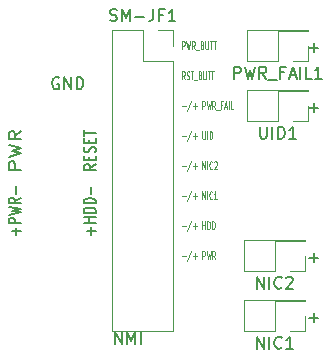
<source format=gbr>
%TF.GenerationSoftware,KiCad,Pcbnew,7.0.9-1.fc39*%
%TF.CreationDate,2023-11-25T21:30:58-08:00*%
%TF.ProjectId,supermicro-ATX-PCB,73757065-726d-4696-9372-6f2d4154582d,rev?*%
%TF.SameCoordinates,Original*%
%TF.FileFunction,Legend,Top*%
%TF.FilePolarity,Positive*%
%FSLAX46Y46*%
G04 Gerber Fmt 4.6, Leading zero omitted, Abs format (unit mm)*
G04 Created by KiCad (PCBNEW 7.0.9-1.fc39) date 2023-11-25 21:30:58*
%MOMM*%
%LPD*%
G01*
G04 APERTURE LIST*
%ADD10C,0.150000*%
%ADD11C,0.100000*%
%ADD12C,0.120000*%
G04 APERTURE END LIST*
D10*
X103378095Y-66227438D02*
X103282857Y-66179819D01*
X103282857Y-66179819D02*
X103140000Y-66179819D01*
X103140000Y-66179819D02*
X102997143Y-66227438D01*
X102997143Y-66227438D02*
X102901905Y-66322676D01*
X102901905Y-66322676D02*
X102854286Y-66417914D01*
X102854286Y-66417914D02*
X102806667Y-66608390D01*
X102806667Y-66608390D02*
X102806667Y-66751247D01*
X102806667Y-66751247D02*
X102854286Y-66941723D01*
X102854286Y-66941723D02*
X102901905Y-67036961D01*
X102901905Y-67036961D02*
X102997143Y-67132200D01*
X102997143Y-67132200D02*
X103140000Y-67179819D01*
X103140000Y-67179819D02*
X103235238Y-67179819D01*
X103235238Y-67179819D02*
X103378095Y-67132200D01*
X103378095Y-67132200D02*
X103425714Y-67084580D01*
X103425714Y-67084580D02*
X103425714Y-66751247D01*
X103425714Y-66751247D02*
X103235238Y-66751247D01*
X103854286Y-67179819D02*
X103854286Y-66179819D01*
X103854286Y-66179819D02*
X104425714Y-67179819D01*
X104425714Y-67179819D02*
X104425714Y-66179819D01*
X104901905Y-67179819D02*
X104901905Y-66179819D01*
X104901905Y-66179819D02*
X105140000Y-66179819D01*
X105140000Y-66179819D02*
X105282857Y-66227438D01*
X105282857Y-66227438D02*
X105378095Y-66322676D01*
X105378095Y-66322676D02*
X105425714Y-66417914D01*
X105425714Y-66417914D02*
X105473333Y-66608390D01*
X105473333Y-66608390D02*
X105473333Y-66751247D01*
X105473333Y-66751247D02*
X105425714Y-66941723D01*
X105425714Y-66941723D02*
X105378095Y-67036961D01*
X105378095Y-67036961D02*
X105282857Y-67132200D01*
X105282857Y-67132200D02*
X105140000Y-67179819D01*
X105140000Y-67179819D02*
X104901905Y-67179819D01*
X99768866Y-79527142D02*
X99768866Y-78917619D01*
X100149819Y-79222380D02*
X99387914Y-79222380D01*
X100149819Y-78536666D02*
X99149819Y-78536666D01*
X99149819Y-78536666D02*
X99149819Y-78231904D01*
X99149819Y-78231904D02*
X99197438Y-78155714D01*
X99197438Y-78155714D02*
X99245057Y-78117619D01*
X99245057Y-78117619D02*
X99340295Y-78079523D01*
X99340295Y-78079523D02*
X99483152Y-78079523D01*
X99483152Y-78079523D02*
X99578390Y-78117619D01*
X99578390Y-78117619D02*
X99626009Y-78155714D01*
X99626009Y-78155714D02*
X99673628Y-78231904D01*
X99673628Y-78231904D02*
X99673628Y-78536666D01*
X99149819Y-77812857D02*
X100149819Y-77622381D01*
X100149819Y-77622381D02*
X99435533Y-77470000D01*
X99435533Y-77470000D02*
X100149819Y-77317619D01*
X100149819Y-77317619D02*
X99149819Y-77127143D01*
X100149819Y-76365237D02*
X99673628Y-76631904D01*
X100149819Y-76822380D02*
X99149819Y-76822380D01*
X99149819Y-76822380D02*
X99149819Y-76517618D01*
X99149819Y-76517618D02*
X99197438Y-76441428D01*
X99197438Y-76441428D02*
X99245057Y-76403333D01*
X99245057Y-76403333D02*
X99340295Y-76365237D01*
X99340295Y-76365237D02*
X99483152Y-76365237D01*
X99483152Y-76365237D02*
X99578390Y-76403333D01*
X99578390Y-76403333D02*
X99626009Y-76441428D01*
X99626009Y-76441428D02*
X99673628Y-76517618D01*
X99673628Y-76517618D02*
X99673628Y-76822380D01*
X99768866Y-76022380D02*
X99768866Y-75412857D01*
X106118866Y-79489046D02*
X106118866Y-78879523D01*
X106499819Y-79184284D02*
X105737914Y-79184284D01*
X106499819Y-78498570D02*
X105499819Y-78498570D01*
X105976009Y-78498570D02*
X105976009Y-78041427D01*
X106499819Y-78041427D02*
X105499819Y-78041427D01*
X106499819Y-77660475D02*
X105499819Y-77660475D01*
X105499819Y-77660475D02*
X105499819Y-77469999D01*
X105499819Y-77469999D02*
X105547438Y-77355713D01*
X105547438Y-77355713D02*
X105642676Y-77279523D01*
X105642676Y-77279523D02*
X105737914Y-77241428D01*
X105737914Y-77241428D02*
X105928390Y-77203332D01*
X105928390Y-77203332D02*
X106071247Y-77203332D01*
X106071247Y-77203332D02*
X106261723Y-77241428D01*
X106261723Y-77241428D02*
X106356961Y-77279523D01*
X106356961Y-77279523D02*
X106452200Y-77355713D01*
X106452200Y-77355713D02*
X106499819Y-77469999D01*
X106499819Y-77469999D02*
X106499819Y-77660475D01*
X106499819Y-76860475D02*
X105499819Y-76860475D01*
X105499819Y-76860475D02*
X105499819Y-76669999D01*
X105499819Y-76669999D02*
X105547438Y-76555713D01*
X105547438Y-76555713D02*
X105642676Y-76479523D01*
X105642676Y-76479523D02*
X105737914Y-76441428D01*
X105737914Y-76441428D02*
X105928390Y-76403332D01*
X105928390Y-76403332D02*
X106071247Y-76403332D01*
X106071247Y-76403332D02*
X106261723Y-76441428D01*
X106261723Y-76441428D02*
X106356961Y-76479523D01*
X106356961Y-76479523D02*
X106452200Y-76555713D01*
X106452200Y-76555713D02*
X106499819Y-76669999D01*
X106499819Y-76669999D02*
X106499819Y-76860475D01*
X106118866Y-76060475D02*
X106118866Y-75450952D01*
X106499819Y-73551904D02*
X106023628Y-73818571D01*
X106499819Y-74009047D02*
X105499819Y-74009047D01*
X105499819Y-74009047D02*
X105499819Y-73704285D01*
X105499819Y-73704285D02*
X105547438Y-73628095D01*
X105547438Y-73628095D02*
X105595057Y-73590000D01*
X105595057Y-73590000D02*
X105690295Y-73551904D01*
X105690295Y-73551904D02*
X105833152Y-73551904D01*
X105833152Y-73551904D02*
X105928390Y-73590000D01*
X105928390Y-73590000D02*
X105976009Y-73628095D01*
X105976009Y-73628095D02*
X106023628Y-73704285D01*
X106023628Y-73704285D02*
X106023628Y-74009047D01*
X105976009Y-73209047D02*
X105976009Y-72942381D01*
X106499819Y-72828095D02*
X106499819Y-73209047D01*
X106499819Y-73209047D02*
X105499819Y-73209047D01*
X105499819Y-73209047D02*
X105499819Y-72828095D01*
X106452200Y-72523333D02*
X106499819Y-72409047D01*
X106499819Y-72409047D02*
X106499819Y-72218571D01*
X106499819Y-72218571D02*
X106452200Y-72142380D01*
X106452200Y-72142380D02*
X106404580Y-72104285D01*
X106404580Y-72104285D02*
X106309342Y-72066190D01*
X106309342Y-72066190D02*
X106214104Y-72066190D01*
X106214104Y-72066190D02*
X106118866Y-72104285D01*
X106118866Y-72104285D02*
X106071247Y-72142380D01*
X106071247Y-72142380D02*
X106023628Y-72218571D01*
X106023628Y-72218571D02*
X105976009Y-72370952D01*
X105976009Y-72370952D02*
X105928390Y-72447142D01*
X105928390Y-72447142D02*
X105880771Y-72485237D01*
X105880771Y-72485237D02*
X105785533Y-72523333D01*
X105785533Y-72523333D02*
X105690295Y-72523333D01*
X105690295Y-72523333D02*
X105595057Y-72485237D01*
X105595057Y-72485237D02*
X105547438Y-72447142D01*
X105547438Y-72447142D02*
X105499819Y-72370952D01*
X105499819Y-72370952D02*
X105499819Y-72180475D01*
X105499819Y-72180475D02*
X105547438Y-72066190D01*
X105976009Y-71723332D02*
X105976009Y-71456666D01*
X106499819Y-71342380D02*
X106499819Y-71723332D01*
X106499819Y-71723332D02*
X105499819Y-71723332D01*
X105499819Y-71723332D02*
X105499819Y-71342380D01*
X105499819Y-71113808D02*
X105499819Y-70656665D01*
X106499819Y-70885237D02*
X105499819Y-70885237D01*
X100149819Y-73989999D02*
X99149819Y-73989999D01*
X99149819Y-73989999D02*
X99149819Y-73532856D01*
X99149819Y-73532856D02*
X99197438Y-73418571D01*
X99197438Y-73418571D02*
X99245057Y-73361428D01*
X99245057Y-73361428D02*
X99340295Y-73304285D01*
X99340295Y-73304285D02*
X99483152Y-73304285D01*
X99483152Y-73304285D02*
X99578390Y-73361428D01*
X99578390Y-73361428D02*
X99626009Y-73418571D01*
X99626009Y-73418571D02*
X99673628Y-73532856D01*
X99673628Y-73532856D02*
X99673628Y-73989999D01*
X99149819Y-72904285D02*
X100149819Y-72618571D01*
X100149819Y-72618571D02*
X99435533Y-72389999D01*
X99435533Y-72389999D02*
X100149819Y-72161428D01*
X100149819Y-72161428D02*
X99149819Y-71875714D01*
X100149819Y-70732856D02*
X99673628Y-71132856D01*
X100149819Y-71418570D02*
X99149819Y-71418570D01*
X99149819Y-71418570D02*
X99149819Y-70961427D01*
X99149819Y-70961427D02*
X99197438Y-70847142D01*
X99197438Y-70847142D02*
X99245057Y-70789999D01*
X99245057Y-70789999D02*
X99340295Y-70732856D01*
X99340295Y-70732856D02*
X99483152Y-70732856D01*
X99483152Y-70732856D02*
X99578390Y-70789999D01*
X99578390Y-70789999D02*
X99626009Y-70847142D01*
X99626009Y-70847142D02*
X99673628Y-70961427D01*
X99673628Y-70961427D02*
X99673628Y-71418570D01*
X108124762Y-88769819D02*
X108124762Y-87769819D01*
X108124762Y-87769819D02*
X108696190Y-88769819D01*
X108696190Y-88769819D02*
X108696190Y-87769819D01*
X109172381Y-88769819D02*
X109172381Y-87769819D01*
X109172381Y-87769819D02*
X109505714Y-88484104D01*
X109505714Y-88484104D02*
X109839047Y-87769819D01*
X109839047Y-87769819D02*
X109839047Y-88769819D01*
X110315238Y-88769819D02*
X110315238Y-87769819D01*
D11*
X113826027Y-81331966D02*
X114130789Y-81331966D01*
X114606979Y-80865300D02*
X114264122Y-81765300D01*
X114740313Y-81331966D02*
X115045075Y-81331966D01*
X114892694Y-81598633D02*
X114892694Y-81065300D01*
X115540313Y-81598633D02*
X115540313Y-80898633D01*
X115540313Y-80898633D02*
X115692694Y-80898633D01*
X115692694Y-80898633D02*
X115730789Y-80931966D01*
X115730789Y-80931966D02*
X115749836Y-80965300D01*
X115749836Y-80965300D02*
X115768884Y-81031966D01*
X115768884Y-81031966D02*
X115768884Y-81131966D01*
X115768884Y-81131966D02*
X115749836Y-81198633D01*
X115749836Y-81198633D02*
X115730789Y-81231966D01*
X115730789Y-81231966D02*
X115692694Y-81265300D01*
X115692694Y-81265300D02*
X115540313Y-81265300D01*
X115902217Y-80898633D02*
X115997455Y-81598633D01*
X115997455Y-81598633D02*
X116073646Y-81098633D01*
X116073646Y-81098633D02*
X116149836Y-81598633D01*
X116149836Y-81598633D02*
X116245075Y-80898633D01*
X116626027Y-81598633D02*
X116492694Y-81265300D01*
X116397456Y-81598633D02*
X116397456Y-80898633D01*
X116397456Y-80898633D02*
X116549837Y-80898633D01*
X116549837Y-80898633D02*
X116587932Y-80931966D01*
X116587932Y-80931966D02*
X116606979Y-80965300D01*
X116606979Y-80965300D02*
X116626027Y-81031966D01*
X116626027Y-81031966D02*
X116626027Y-81131966D01*
X116626027Y-81131966D02*
X116606979Y-81198633D01*
X116606979Y-81198633D02*
X116587932Y-81231966D01*
X116587932Y-81231966D02*
X116549837Y-81265300D01*
X116549837Y-81265300D02*
X116397456Y-81265300D01*
X113826027Y-78791966D02*
X114130789Y-78791966D01*
X114606979Y-78325300D02*
X114264122Y-79225300D01*
X114740313Y-78791966D02*
X115045075Y-78791966D01*
X114892694Y-79058633D02*
X114892694Y-78525300D01*
X115540313Y-79058633D02*
X115540313Y-78358633D01*
X115540313Y-78691966D02*
X115768884Y-78691966D01*
X115768884Y-79058633D02*
X115768884Y-78358633D01*
X115959361Y-79058633D02*
X115959361Y-78358633D01*
X115959361Y-78358633D02*
X116054599Y-78358633D01*
X116054599Y-78358633D02*
X116111742Y-78391966D01*
X116111742Y-78391966D02*
X116149837Y-78458633D01*
X116149837Y-78458633D02*
X116168884Y-78525300D01*
X116168884Y-78525300D02*
X116187932Y-78658633D01*
X116187932Y-78658633D02*
X116187932Y-78758633D01*
X116187932Y-78758633D02*
X116168884Y-78891966D01*
X116168884Y-78891966D02*
X116149837Y-78958633D01*
X116149837Y-78958633D02*
X116111742Y-79025300D01*
X116111742Y-79025300D02*
X116054599Y-79058633D01*
X116054599Y-79058633D02*
X115959361Y-79058633D01*
X116359361Y-79058633D02*
X116359361Y-78358633D01*
X116359361Y-78358633D02*
X116454599Y-78358633D01*
X116454599Y-78358633D02*
X116511742Y-78391966D01*
X116511742Y-78391966D02*
X116549837Y-78458633D01*
X116549837Y-78458633D02*
X116568884Y-78525300D01*
X116568884Y-78525300D02*
X116587932Y-78658633D01*
X116587932Y-78658633D02*
X116587932Y-78758633D01*
X116587932Y-78758633D02*
X116568884Y-78891966D01*
X116568884Y-78891966D02*
X116549837Y-78958633D01*
X116549837Y-78958633D02*
X116511742Y-79025300D01*
X116511742Y-79025300D02*
X116454599Y-79058633D01*
X116454599Y-79058633D02*
X116359361Y-79058633D01*
X113826027Y-76251966D02*
X114130789Y-76251966D01*
X114606979Y-75785300D02*
X114264122Y-76685300D01*
X114740313Y-76251966D02*
X115045075Y-76251966D01*
X114892694Y-76518633D02*
X114892694Y-75985300D01*
X115540313Y-76518633D02*
X115540313Y-75818633D01*
X115540313Y-75818633D02*
X115768884Y-76518633D01*
X115768884Y-76518633D02*
X115768884Y-75818633D01*
X115959361Y-76518633D02*
X115959361Y-75818633D01*
X116378408Y-76451966D02*
X116359360Y-76485300D01*
X116359360Y-76485300D02*
X116302218Y-76518633D01*
X116302218Y-76518633D02*
X116264122Y-76518633D01*
X116264122Y-76518633D02*
X116206979Y-76485300D01*
X116206979Y-76485300D02*
X116168884Y-76418633D01*
X116168884Y-76418633D02*
X116149837Y-76351966D01*
X116149837Y-76351966D02*
X116130789Y-76218633D01*
X116130789Y-76218633D02*
X116130789Y-76118633D01*
X116130789Y-76118633D02*
X116149837Y-75985300D01*
X116149837Y-75985300D02*
X116168884Y-75918633D01*
X116168884Y-75918633D02*
X116206979Y-75851966D01*
X116206979Y-75851966D02*
X116264122Y-75818633D01*
X116264122Y-75818633D02*
X116302218Y-75818633D01*
X116302218Y-75818633D02*
X116359360Y-75851966D01*
X116359360Y-75851966D02*
X116378408Y-75885300D01*
X116759360Y-76518633D02*
X116530789Y-76518633D01*
X116645075Y-76518633D02*
X116645075Y-75818633D01*
X116645075Y-75818633D02*
X116606979Y-75918633D01*
X116606979Y-75918633D02*
X116568884Y-75985300D01*
X116568884Y-75985300D02*
X116530789Y-76018633D01*
X113826027Y-73711966D02*
X114130789Y-73711966D01*
X114606979Y-73245300D02*
X114264122Y-74145300D01*
X114740313Y-73711966D02*
X115045075Y-73711966D01*
X114892694Y-73978633D02*
X114892694Y-73445300D01*
X115540313Y-73978633D02*
X115540313Y-73278633D01*
X115540313Y-73278633D02*
X115768884Y-73978633D01*
X115768884Y-73978633D02*
X115768884Y-73278633D01*
X115959361Y-73978633D02*
X115959361Y-73278633D01*
X116378408Y-73911966D02*
X116359360Y-73945300D01*
X116359360Y-73945300D02*
X116302218Y-73978633D01*
X116302218Y-73978633D02*
X116264122Y-73978633D01*
X116264122Y-73978633D02*
X116206979Y-73945300D01*
X116206979Y-73945300D02*
X116168884Y-73878633D01*
X116168884Y-73878633D02*
X116149837Y-73811966D01*
X116149837Y-73811966D02*
X116130789Y-73678633D01*
X116130789Y-73678633D02*
X116130789Y-73578633D01*
X116130789Y-73578633D02*
X116149837Y-73445300D01*
X116149837Y-73445300D02*
X116168884Y-73378633D01*
X116168884Y-73378633D02*
X116206979Y-73311966D01*
X116206979Y-73311966D02*
X116264122Y-73278633D01*
X116264122Y-73278633D02*
X116302218Y-73278633D01*
X116302218Y-73278633D02*
X116359360Y-73311966D01*
X116359360Y-73311966D02*
X116378408Y-73345300D01*
X116530789Y-73345300D02*
X116549837Y-73311966D01*
X116549837Y-73311966D02*
X116587932Y-73278633D01*
X116587932Y-73278633D02*
X116683170Y-73278633D01*
X116683170Y-73278633D02*
X116721265Y-73311966D01*
X116721265Y-73311966D02*
X116740313Y-73345300D01*
X116740313Y-73345300D02*
X116759360Y-73411966D01*
X116759360Y-73411966D02*
X116759360Y-73478633D01*
X116759360Y-73478633D02*
X116740313Y-73578633D01*
X116740313Y-73578633D02*
X116511741Y-73978633D01*
X116511741Y-73978633D02*
X116759360Y-73978633D01*
X113826027Y-71171966D02*
X114130789Y-71171966D01*
X114606979Y-70705300D02*
X114264122Y-71605300D01*
X114740313Y-71171966D02*
X115045075Y-71171966D01*
X114892694Y-71438633D02*
X114892694Y-70905300D01*
X115540313Y-70738633D02*
X115540313Y-71305300D01*
X115540313Y-71305300D02*
X115559360Y-71371966D01*
X115559360Y-71371966D02*
X115578408Y-71405300D01*
X115578408Y-71405300D02*
X115616503Y-71438633D01*
X115616503Y-71438633D02*
X115692694Y-71438633D01*
X115692694Y-71438633D02*
X115730789Y-71405300D01*
X115730789Y-71405300D02*
X115749836Y-71371966D01*
X115749836Y-71371966D02*
X115768884Y-71305300D01*
X115768884Y-71305300D02*
X115768884Y-70738633D01*
X115959361Y-71438633D02*
X115959361Y-70738633D01*
X116149837Y-71438633D02*
X116149837Y-70738633D01*
X116149837Y-70738633D02*
X116245075Y-70738633D01*
X116245075Y-70738633D02*
X116302218Y-70771966D01*
X116302218Y-70771966D02*
X116340313Y-70838633D01*
X116340313Y-70838633D02*
X116359360Y-70905300D01*
X116359360Y-70905300D02*
X116378408Y-71038633D01*
X116378408Y-71038633D02*
X116378408Y-71138633D01*
X116378408Y-71138633D02*
X116359360Y-71271966D01*
X116359360Y-71271966D02*
X116340313Y-71338633D01*
X116340313Y-71338633D02*
X116302218Y-71405300D01*
X116302218Y-71405300D02*
X116245075Y-71438633D01*
X116245075Y-71438633D02*
X116149837Y-71438633D01*
X113826027Y-68631966D02*
X114130789Y-68631966D01*
X114606979Y-68165300D02*
X114264122Y-69065300D01*
X114740313Y-68631966D02*
X115045075Y-68631966D01*
X114892694Y-68898633D02*
X114892694Y-68365300D01*
X115540313Y-68898633D02*
X115540313Y-68198633D01*
X115540313Y-68198633D02*
X115692694Y-68198633D01*
X115692694Y-68198633D02*
X115730789Y-68231966D01*
X115730789Y-68231966D02*
X115749836Y-68265300D01*
X115749836Y-68265300D02*
X115768884Y-68331966D01*
X115768884Y-68331966D02*
X115768884Y-68431966D01*
X115768884Y-68431966D02*
X115749836Y-68498633D01*
X115749836Y-68498633D02*
X115730789Y-68531966D01*
X115730789Y-68531966D02*
X115692694Y-68565300D01*
X115692694Y-68565300D02*
X115540313Y-68565300D01*
X115902217Y-68198633D02*
X115997455Y-68898633D01*
X115997455Y-68898633D02*
X116073646Y-68398633D01*
X116073646Y-68398633D02*
X116149836Y-68898633D01*
X116149836Y-68898633D02*
X116245075Y-68198633D01*
X116626027Y-68898633D02*
X116492694Y-68565300D01*
X116397456Y-68898633D02*
X116397456Y-68198633D01*
X116397456Y-68198633D02*
X116549837Y-68198633D01*
X116549837Y-68198633D02*
X116587932Y-68231966D01*
X116587932Y-68231966D02*
X116606979Y-68265300D01*
X116606979Y-68265300D02*
X116626027Y-68331966D01*
X116626027Y-68331966D02*
X116626027Y-68431966D01*
X116626027Y-68431966D02*
X116606979Y-68498633D01*
X116606979Y-68498633D02*
X116587932Y-68531966D01*
X116587932Y-68531966D02*
X116549837Y-68565300D01*
X116549837Y-68565300D02*
X116397456Y-68565300D01*
X116702218Y-68965300D02*
X117006979Y-68965300D01*
X117235551Y-68531966D02*
X117102218Y-68531966D01*
X117102218Y-68898633D02*
X117102218Y-68198633D01*
X117102218Y-68198633D02*
X117292694Y-68198633D01*
X117426027Y-68698633D02*
X117616503Y-68698633D01*
X117387932Y-68898633D02*
X117521265Y-68198633D01*
X117521265Y-68198633D02*
X117654598Y-68898633D01*
X117787932Y-68898633D02*
X117787932Y-68198633D01*
X118168884Y-68898633D02*
X117978408Y-68898633D01*
X117978408Y-68898633D02*
X117978408Y-68198633D01*
X114054598Y-66358633D02*
X113921265Y-66025300D01*
X113826027Y-66358633D02*
X113826027Y-65658633D01*
X113826027Y-65658633D02*
X113978408Y-65658633D01*
X113978408Y-65658633D02*
X114016503Y-65691966D01*
X114016503Y-65691966D02*
X114035550Y-65725300D01*
X114035550Y-65725300D02*
X114054598Y-65791966D01*
X114054598Y-65791966D02*
X114054598Y-65891966D01*
X114054598Y-65891966D02*
X114035550Y-65958633D01*
X114035550Y-65958633D02*
X114016503Y-65991966D01*
X114016503Y-65991966D02*
X113978408Y-66025300D01*
X113978408Y-66025300D02*
X113826027Y-66025300D01*
X114206979Y-66325300D02*
X114264122Y-66358633D01*
X114264122Y-66358633D02*
X114359360Y-66358633D01*
X114359360Y-66358633D02*
X114397455Y-66325300D01*
X114397455Y-66325300D02*
X114416503Y-66291966D01*
X114416503Y-66291966D02*
X114435550Y-66225300D01*
X114435550Y-66225300D02*
X114435550Y-66158633D01*
X114435550Y-66158633D02*
X114416503Y-66091966D01*
X114416503Y-66091966D02*
X114397455Y-66058633D01*
X114397455Y-66058633D02*
X114359360Y-66025300D01*
X114359360Y-66025300D02*
X114283169Y-65991966D01*
X114283169Y-65991966D02*
X114245074Y-65958633D01*
X114245074Y-65958633D02*
X114226027Y-65925300D01*
X114226027Y-65925300D02*
X114206979Y-65858633D01*
X114206979Y-65858633D02*
X114206979Y-65791966D01*
X114206979Y-65791966D02*
X114226027Y-65725300D01*
X114226027Y-65725300D02*
X114245074Y-65691966D01*
X114245074Y-65691966D02*
X114283169Y-65658633D01*
X114283169Y-65658633D02*
X114378408Y-65658633D01*
X114378408Y-65658633D02*
X114435550Y-65691966D01*
X114549836Y-65658633D02*
X114778407Y-65658633D01*
X114664121Y-66358633D02*
X114664121Y-65658633D01*
X114816503Y-66425300D02*
X115121264Y-66425300D01*
X115349836Y-65991966D02*
X115406979Y-66025300D01*
X115406979Y-66025300D02*
X115426026Y-66058633D01*
X115426026Y-66058633D02*
X115445074Y-66125300D01*
X115445074Y-66125300D02*
X115445074Y-66225300D01*
X115445074Y-66225300D02*
X115426026Y-66291966D01*
X115426026Y-66291966D02*
X115406979Y-66325300D01*
X115406979Y-66325300D02*
X115368884Y-66358633D01*
X115368884Y-66358633D02*
X115216503Y-66358633D01*
X115216503Y-66358633D02*
X115216503Y-65658633D01*
X115216503Y-65658633D02*
X115349836Y-65658633D01*
X115349836Y-65658633D02*
X115387931Y-65691966D01*
X115387931Y-65691966D02*
X115406979Y-65725300D01*
X115406979Y-65725300D02*
X115426026Y-65791966D01*
X115426026Y-65791966D02*
X115426026Y-65858633D01*
X115426026Y-65858633D02*
X115406979Y-65925300D01*
X115406979Y-65925300D02*
X115387931Y-65958633D01*
X115387931Y-65958633D02*
X115349836Y-65991966D01*
X115349836Y-65991966D02*
X115216503Y-65991966D01*
X115616503Y-65658633D02*
X115616503Y-66225300D01*
X115616503Y-66225300D02*
X115635550Y-66291966D01*
X115635550Y-66291966D02*
X115654598Y-66325300D01*
X115654598Y-66325300D02*
X115692693Y-66358633D01*
X115692693Y-66358633D02*
X115768884Y-66358633D01*
X115768884Y-66358633D02*
X115806979Y-66325300D01*
X115806979Y-66325300D02*
X115826026Y-66291966D01*
X115826026Y-66291966D02*
X115845074Y-66225300D01*
X115845074Y-66225300D02*
X115845074Y-65658633D01*
X115978408Y-65658633D02*
X116206979Y-65658633D01*
X116092693Y-66358633D02*
X116092693Y-65658633D01*
X116283170Y-65658633D02*
X116511741Y-65658633D01*
X116397455Y-66358633D02*
X116397455Y-65658633D01*
X113826027Y-63818633D02*
X113826027Y-63118633D01*
X113826027Y-63118633D02*
X113978408Y-63118633D01*
X113978408Y-63118633D02*
X114016503Y-63151966D01*
X114016503Y-63151966D02*
X114035550Y-63185300D01*
X114035550Y-63185300D02*
X114054598Y-63251966D01*
X114054598Y-63251966D02*
X114054598Y-63351966D01*
X114054598Y-63351966D02*
X114035550Y-63418633D01*
X114035550Y-63418633D02*
X114016503Y-63451966D01*
X114016503Y-63451966D02*
X113978408Y-63485300D01*
X113978408Y-63485300D02*
X113826027Y-63485300D01*
X114187931Y-63118633D02*
X114283169Y-63818633D01*
X114283169Y-63818633D02*
X114359360Y-63318633D01*
X114359360Y-63318633D02*
X114435550Y-63818633D01*
X114435550Y-63818633D02*
X114530789Y-63118633D01*
X114911741Y-63818633D02*
X114778408Y-63485300D01*
X114683170Y-63818633D02*
X114683170Y-63118633D01*
X114683170Y-63118633D02*
X114835551Y-63118633D01*
X114835551Y-63118633D02*
X114873646Y-63151966D01*
X114873646Y-63151966D02*
X114892693Y-63185300D01*
X114892693Y-63185300D02*
X114911741Y-63251966D01*
X114911741Y-63251966D02*
X114911741Y-63351966D01*
X114911741Y-63351966D02*
X114892693Y-63418633D01*
X114892693Y-63418633D02*
X114873646Y-63451966D01*
X114873646Y-63451966D02*
X114835551Y-63485300D01*
X114835551Y-63485300D02*
X114683170Y-63485300D01*
X114987932Y-63885300D02*
X115292693Y-63885300D01*
X115521265Y-63451966D02*
X115578408Y-63485300D01*
X115578408Y-63485300D02*
X115597455Y-63518633D01*
X115597455Y-63518633D02*
X115616503Y-63585300D01*
X115616503Y-63585300D02*
X115616503Y-63685300D01*
X115616503Y-63685300D02*
X115597455Y-63751966D01*
X115597455Y-63751966D02*
X115578408Y-63785300D01*
X115578408Y-63785300D02*
X115540313Y-63818633D01*
X115540313Y-63818633D02*
X115387932Y-63818633D01*
X115387932Y-63818633D02*
X115387932Y-63118633D01*
X115387932Y-63118633D02*
X115521265Y-63118633D01*
X115521265Y-63118633D02*
X115559360Y-63151966D01*
X115559360Y-63151966D02*
X115578408Y-63185300D01*
X115578408Y-63185300D02*
X115597455Y-63251966D01*
X115597455Y-63251966D02*
X115597455Y-63318633D01*
X115597455Y-63318633D02*
X115578408Y-63385300D01*
X115578408Y-63385300D02*
X115559360Y-63418633D01*
X115559360Y-63418633D02*
X115521265Y-63451966D01*
X115521265Y-63451966D02*
X115387932Y-63451966D01*
X115787932Y-63118633D02*
X115787932Y-63685300D01*
X115787932Y-63685300D02*
X115806979Y-63751966D01*
X115806979Y-63751966D02*
X115826027Y-63785300D01*
X115826027Y-63785300D02*
X115864122Y-63818633D01*
X115864122Y-63818633D02*
X115940313Y-63818633D01*
X115940313Y-63818633D02*
X115978408Y-63785300D01*
X115978408Y-63785300D02*
X115997455Y-63751966D01*
X115997455Y-63751966D02*
X116016503Y-63685300D01*
X116016503Y-63685300D02*
X116016503Y-63118633D01*
X116149837Y-63118633D02*
X116378408Y-63118633D01*
X116264122Y-63818633D02*
X116264122Y-63118633D01*
X116454599Y-63118633D02*
X116683170Y-63118633D01*
X116568884Y-63818633D02*
X116568884Y-63118633D01*
D10*
X124602779Y-86513866D02*
X125364684Y-86513866D01*
X124983731Y-86894819D02*
X124983731Y-86132914D01*
X124602779Y-81433866D02*
X125364684Y-81433866D01*
X124983731Y-81814819D02*
X124983731Y-81052914D01*
X124602779Y-68733866D02*
X125364684Y-68733866D01*
X124983731Y-69114819D02*
X124983731Y-68352914D01*
X124602779Y-63653866D02*
X125364684Y-63653866D01*
X124983731Y-64034819D02*
X124983731Y-63272914D01*
X120420000Y-70364819D02*
X120420000Y-71174342D01*
X120420000Y-71174342D02*
X120467619Y-71269580D01*
X120467619Y-71269580D02*
X120515238Y-71317200D01*
X120515238Y-71317200D02*
X120610476Y-71364819D01*
X120610476Y-71364819D02*
X120800952Y-71364819D01*
X120800952Y-71364819D02*
X120896190Y-71317200D01*
X120896190Y-71317200D02*
X120943809Y-71269580D01*
X120943809Y-71269580D02*
X120991428Y-71174342D01*
X120991428Y-71174342D02*
X120991428Y-70364819D01*
X121467619Y-71364819D02*
X121467619Y-70364819D01*
X121943809Y-71364819D02*
X121943809Y-70364819D01*
X121943809Y-70364819D02*
X122181904Y-70364819D01*
X122181904Y-70364819D02*
X122324761Y-70412438D01*
X122324761Y-70412438D02*
X122419999Y-70507676D01*
X122419999Y-70507676D02*
X122467618Y-70602914D01*
X122467618Y-70602914D02*
X122515237Y-70793390D01*
X122515237Y-70793390D02*
X122515237Y-70936247D01*
X122515237Y-70936247D02*
X122467618Y-71126723D01*
X122467618Y-71126723D02*
X122419999Y-71221961D01*
X122419999Y-71221961D02*
X122324761Y-71317200D01*
X122324761Y-71317200D02*
X122181904Y-71364819D01*
X122181904Y-71364819D02*
X121943809Y-71364819D01*
X123467618Y-71364819D02*
X122896190Y-71364819D01*
X123181904Y-71364819D02*
X123181904Y-70364819D01*
X123181904Y-70364819D02*
X123086666Y-70507676D01*
X123086666Y-70507676D02*
X122991428Y-70602914D01*
X122991428Y-70602914D02*
X122896190Y-70650533D01*
X118229524Y-66284819D02*
X118229524Y-65284819D01*
X118229524Y-65284819D02*
X118610476Y-65284819D01*
X118610476Y-65284819D02*
X118705714Y-65332438D01*
X118705714Y-65332438D02*
X118753333Y-65380057D01*
X118753333Y-65380057D02*
X118800952Y-65475295D01*
X118800952Y-65475295D02*
X118800952Y-65618152D01*
X118800952Y-65618152D02*
X118753333Y-65713390D01*
X118753333Y-65713390D02*
X118705714Y-65761009D01*
X118705714Y-65761009D02*
X118610476Y-65808628D01*
X118610476Y-65808628D02*
X118229524Y-65808628D01*
X119134286Y-65284819D02*
X119372381Y-66284819D01*
X119372381Y-66284819D02*
X119562857Y-65570533D01*
X119562857Y-65570533D02*
X119753333Y-66284819D01*
X119753333Y-66284819D02*
X119991429Y-65284819D01*
X120943809Y-66284819D02*
X120610476Y-65808628D01*
X120372381Y-66284819D02*
X120372381Y-65284819D01*
X120372381Y-65284819D02*
X120753333Y-65284819D01*
X120753333Y-65284819D02*
X120848571Y-65332438D01*
X120848571Y-65332438D02*
X120896190Y-65380057D01*
X120896190Y-65380057D02*
X120943809Y-65475295D01*
X120943809Y-65475295D02*
X120943809Y-65618152D01*
X120943809Y-65618152D02*
X120896190Y-65713390D01*
X120896190Y-65713390D02*
X120848571Y-65761009D01*
X120848571Y-65761009D02*
X120753333Y-65808628D01*
X120753333Y-65808628D02*
X120372381Y-65808628D01*
X121134286Y-66380057D02*
X121896190Y-66380057D01*
X122467619Y-65761009D02*
X122134286Y-65761009D01*
X122134286Y-66284819D02*
X122134286Y-65284819D01*
X122134286Y-65284819D02*
X122610476Y-65284819D01*
X122943810Y-65999104D02*
X123420000Y-65999104D01*
X122848572Y-66284819D02*
X123181905Y-65284819D01*
X123181905Y-65284819D02*
X123515238Y-66284819D01*
X123848572Y-66284819D02*
X123848572Y-65284819D01*
X124800952Y-66284819D02*
X124324762Y-66284819D01*
X124324762Y-66284819D02*
X124324762Y-65284819D01*
X125658095Y-66284819D02*
X125086667Y-66284819D01*
X125372381Y-66284819D02*
X125372381Y-65284819D01*
X125372381Y-65284819D02*
X125277143Y-65427676D01*
X125277143Y-65427676D02*
X125181905Y-65522914D01*
X125181905Y-65522914D02*
X125086667Y-65570533D01*
X107728095Y-61367200D02*
X107870952Y-61414819D01*
X107870952Y-61414819D02*
X108109047Y-61414819D01*
X108109047Y-61414819D02*
X108204285Y-61367200D01*
X108204285Y-61367200D02*
X108251904Y-61319580D01*
X108251904Y-61319580D02*
X108299523Y-61224342D01*
X108299523Y-61224342D02*
X108299523Y-61129104D01*
X108299523Y-61129104D02*
X108251904Y-61033866D01*
X108251904Y-61033866D02*
X108204285Y-60986247D01*
X108204285Y-60986247D02*
X108109047Y-60938628D01*
X108109047Y-60938628D02*
X107918571Y-60891009D01*
X107918571Y-60891009D02*
X107823333Y-60843390D01*
X107823333Y-60843390D02*
X107775714Y-60795771D01*
X107775714Y-60795771D02*
X107728095Y-60700533D01*
X107728095Y-60700533D02*
X107728095Y-60605295D01*
X107728095Y-60605295D02*
X107775714Y-60510057D01*
X107775714Y-60510057D02*
X107823333Y-60462438D01*
X107823333Y-60462438D02*
X107918571Y-60414819D01*
X107918571Y-60414819D02*
X108156666Y-60414819D01*
X108156666Y-60414819D02*
X108299523Y-60462438D01*
X108728095Y-61414819D02*
X108728095Y-60414819D01*
X108728095Y-60414819D02*
X109061428Y-61129104D01*
X109061428Y-61129104D02*
X109394761Y-60414819D01*
X109394761Y-60414819D02*
X109394761Y-61414819D01*
X109870952Y-61033866D02*
X110632857Y-61033866D01*
X111394761Y-60414819D02*
X111394761Y-61129104D01*
X111394761Y-61129104D02*
X111347142Y-61271961D01*
X111347142Y-61271961D02*
X111251904Y-61367200D01*
X111251904Y-61367200D02*
X111109047Y-61414819D01*
X111109047Y-61414819D02*
X111013809Y-61414819D01*
X112204285Y-60891009D02*
X111870952Y-60891009D01*
X111870952Y-61414819D02*
X111870952Y-60414819D01*
X111870952Y-60414819D02*
X112347142Y-60414819D01*
X113251904Y-61414819D02*
X112680476Y-61414819D01*
X112966190Y-61414819D02*
X112966190Y-60414819D01*
X112966190Y-60414819D02*
X112870952Y-60557676D01*
X112870952Y-60557676D02*
X112775714Y-60652914D01*
X112775714Y-60652914D02*
X112680476Y-60700533D01*
X120166000Y-84064819D02*
X120166000Y-83064819D01*
X120166000Y-83064819D02*
X120737428Y-84064819D01*
X120737428Y-84064819D02*
X120737428Y-83064819D01*
X121213619Y-84064819D02*
X121213619Y-83064819D01*
X122261237Y-83969580D02*
X122213618Y-84017200D01*
X122213618Y-84017200D02*
X122070761Y-84064819D01*
X122070761Y-84064819D02*
X121975523Y-84064819D01*
X121975523Y-84064819D02*
X121832666Y-84017200D01*
X121832666Y-84017200D02*
X121737428Y-83921961D01*
X121737428Y-83921961D02*
X121689809Y-83826723D01*
X121689809Y-83826723D02*
X121642190Y-83636247D01*
X121642190Y-83636247D02*
X121642190Y-83493390D01*
X121642190Y-83493390D02*
X121689809Y-83302914D01*
X121689809Y-83302914D02*
X121737428Y-83207676D01*
X121737428Y-83207676D02*
X121832666Y-83112438D01*
X121832666Y-83112438D02*
X121975523Y-83064819D01*
X121975523Y-83064819D02*
X122070761Y-83064819D01*
X122070761Y-83064819D02*
X122213618Y-83112438D01*
X122213618Y-83112438D02*
X122261237Y-83160057D01*
X122642190Y-83160057D02*
X122689809Y-83112438D01*
X122689809Y-83112438D02*
X122785047Y-83064819D01*
X122785047Y-83064819D02*
X123023142Y-83064819D01*
X123023142Y-83064819D02*
X123118380Y-83112438D01*
X123118380Y-83112438D02*
X123165999Y-83160057D01*
X123165999Y-83160057D02*
X123213618Y-83255295D01*
X123213618Y-83255295D02*
X123213618Y-83350533D01*
X123213618Y-83350533D02*
X123165999Y-83493390D01*
X123165999Y-83493390D02*
X122594571Y-84064819D01*
X122594571Y-84064819D02*
X123213618Y-84064819D01*
X120166000Y-89144819D02*
X120166000Y-88144819D01*
X120166000Y-88144819D02*
X120737428Y-89144819D01*
X120737428Y-89144819D02*
X120737428Y-88144819D01*
X121213619Y-89144819D02*
X121213619Y-88144819D01*
X122261237Y-89049580D02*
X122213618Y-89097200D01*
X122213618Y-89097200D02*
X122070761Y-89144819D01*
X122070761Y-89144819D02*
X121975523Y-89144819D01*
X121975523Y-89144819D02*
X121832666Y-89097200D01*
X121832666Y-89097200D02*
X121737428Y-89001961D01*
X121737428Y-89001961D02*
X121689809Y-88906723D01*
X121689809Y-88906723D02*
X121642190Y-88716247D01*
X121642190Y-88716247D02*
X121642190Y-88573390D01*
X121642190Y-88573390D02*
X121689809Y-88382914D01*
X121689809Y-88382914D02*
X121737428Y-88287676D01*
X121737428Y-88287676D02*
X121832666Y-88192438D01*
X121832666Y-88192438D02*
X121975523Y-88144819D01*
X121975523Y-88144819D02*
X122070761Y-88144819D01*
X122070761Y-88144819D02*
X122213618Y-88192438D01*
X122213618Y-88192438D02*
X122261237Y-88240057D01*
X123213618Y-89144819D02*
X122642190Y-89144819D01*
X122927904Y-89144819D02*
X122927904Y-88144819D01*
X122927904Y-88144819D02*
X122832666Y-88287676D01*
X122832666Y-88287676D02*
X122737428Y-88382914D01*
X122737428Y-88382914D02*
X122642190Y-88430533D01*
D12*
%TO.C,UID1*%
X124520000Y-69910000D02*
X123190000Y-69910000D01*
X124520000Y-68580000D02*
X124520000Y-69910000D01*
X124520000Y-67310000D02*
X124520000Y-67250000D01*
X121920000Y-67310000D02*
X121920000Y-69910000D01*
X124520000Y-67310000D02*
X121920000Y-67310000D01*
X121920000Y-69910000D02*
X119320000Y-69910000D01*
X124520000Y-67250000D02*
X119320000Y-67250000D01*
X119320000Y-69910000D02*
X119320000Y-67250000D01*
%TO.C,PWR_FAIL1*%
X124520000Y-64830000D02*
X123190000Y-64830000D01*
X124520000Y-63500000D02*
X124520000Y-64830000D01*
X124520000Y-62230000D02*
X124520000Y-62170000D01*
X121920000Y-62230000D02*
X121920000Y-64830000D01*
X124520000Y-62230000D02*
X121920000Y-62230000D01*
X121920000Y-64830000D02*
X119320000Y-64830000D01*
X124520000Y-62170000D02*
X119320000Y-62170000D01*
X119320000Y-64830000D02*
X119320000Y-62170000D01*
%TO.C,SM-JF1*%
X113090000Y-64770000D02*
X113090000Y-87690000D01*
X110490000Y-64770000D02*
X113090000Y-64770000D01*
X113090000Y-62170000D02*
X113090000Y-63500000D01*
X107890000Y-62170000D02*
X107890000Y-87690000D01*
X107890000Y-87690000D02*
X113090000Y-87690000D01*
X107890000Y-62170000D02*
X110490000Y-62170000D01*
X110490000Y-62170000D02*
X110490000Y-64770000D01*
X111760000Y-62170000D02*
X113090000Y-62170000D01*
%TO.C,NIC2*%
X124266000Y-82610000D02*
X122936000Y-82610000D01*
X124266000Y-81280000D02*
X124266000Y-82610000D01*
X124266000Y-80010000D02*
X124266000Y-79950000D01*
X121666000Y-80010000D02*
X121666000Y-82610000D01*
X124266000Y-80010000D02*
X121666000Y-80010000D01*
X121666000Y-82610000D02*
X119066000Y-82610000D01*
X124266000Y-79950000D02*
X119066000Y-79950000D01*
X119066000Y-82610000D02*
X119066000Y-79950000D01*
%TO.C,NIC1*%
X119066000Y-87690000D02*
X119066000Y-85030000D01*
X124266000Y-85030000D02*
X119066000Y-85030000D01*
X121666000Y-87690000D02*
X119066000Y-87690000D01*
X124266000Y-85090000D02*
X121666000Y-85090000D01*
X121666000Y-85090000D02*
X121666000Y-87690000D01*
X124266000Y-85090000D02*
X124266000Y-85030000D01*
X124266000Y-86360000D02*
X124266000Y-87690000D01*
X124266000Y-87690000D02*
X122936000Y-87690000D01*
%TD*%
M02*

</source>
